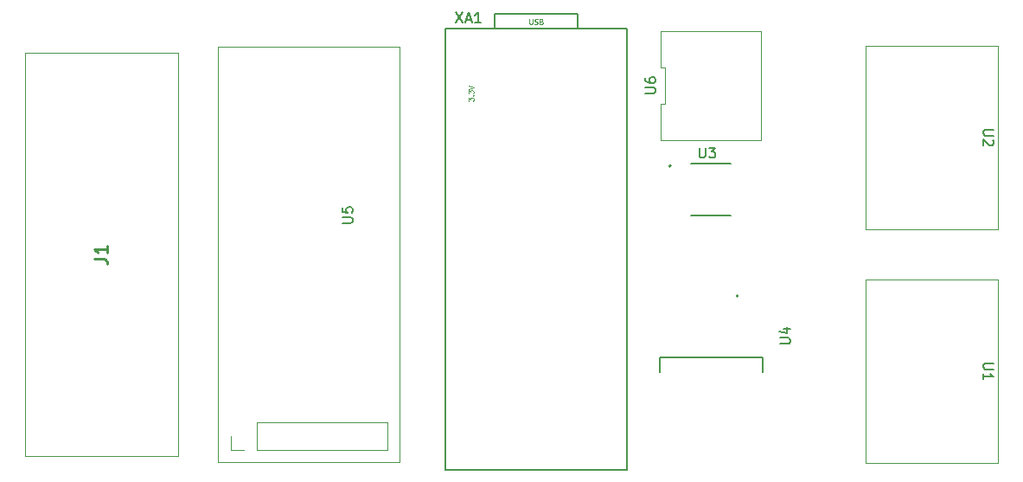
<source format=gbr>
%TF.GenerationSoftware,KiCad,Pcbnew,(6.0.0)*%
%TF.CreationDate,2022-08-22T12:49:25+02:00*%
%TF.ProjectId,pcb,7063622e-6b69-4636-9164-5f7063625858,rev?*%
%TF.SameCoordinates,Original*%
%TF.FileFunction,Legend,Top*%
%TF.FilePolarity,Positive*%
%FSLAX46Y46*%
G04 Gerber Fmt 4.6, Leading zero omitted, Abs format (unit mm)*
G04 Created by KiCad (PCBNEW (6.0.0)) date 2022-08-22 12:49:25*
%MOMM*%
%LPD*%
G01*
G04 APERTURE LIST*
%ADD10C,0.150000*%
%ADD11C,0.254000*%
%ADD12C,0.075000*%
%ADD13C,0.120000*%
%ADD14C,0.127000*%
%ADD15C,0.200000*%
%ADD16C,0.100000*%
G04 APERTURE END LIST*
D10*
%TO.C,U6*%
X205632380Y-55371904D02*
X206441904Y-55371904D01*
X206537142Y-55324285D01*
X206584761Y-55276666D01*
X206632380Y-55181428D01*
X206632380Y-54990952D01*
X206584761Y-54895714D01*
X206537142Y-54848095D01*
X206441904Y-54800476D01*
X205632380Y-54800476D01*
X205632380Y-53895714D02*
X205632380Y-54086190D01*
X205680000Y-54181428D01*
X205727619Y-54229047D01*
X205870476Y-54324285D01*
X206060952Y-54371904D01*
X206441904Y-54371904D01*
X206537142Y-54324285D01*
X206584761Y-54276666D01*
X206632380Y-54181428D01*
X206632380Y-53990952D01*
X206584761Y-53895714D01*
X206537142Y-53848095D01*
X206441904Y-53800476D01*
X206203809Y-53800476D01*
X206108571Y-53848095D01*
X206060952Y-53895714D01*
X206013333Y-53990952D01*
X206013333Y-54181428D01*
X206060952Y-54276666D01*
X206108571Y-54324285D01*
X206203809Y-54371904D01*
%TO.C,U3*%
X210943095Y-60685380D02*
X210943095Y-61494904D01*
X210990714Y-61590142D01*
X211038333Y-61637761D01*
X211133571Y-61685380D01*
X211324047Y-61685380D01*
X211419285Y-61637761D01*
X211466904Y-61590142D01*
X211514523Y-61494904D01*
X211514523Y-60685380D01*
X211895476Y-60685380D02*
X212514523Y-60685380D01*
X212181190Y-61066333D01*
X212324047Y-61066333D01*
X212419285Y-61113952D01*
X212466904Y-61161571D01*
X212514523Y-61256809D01*
X212514523Y-61494904D01*
X212466904Y-61590142D01*
X212419285Y-61637761D01*
X212324047Y-61685380D01*
X212038333Y-61685380D01*
X211943095Y-61637761D01*
X211895476Y-61590142D01*
D11*
%TO.C,J1*%
X151704523Y-71543333D02*
X152611666Y-71543333D01*
X152793095Y-71603809D01*
X152914047Y-71724761D01*
X152974523Y-71906190D01*
X152974523Y-72027142D01*
X152974523Y-70273333D02*
X152974523Y-70999047D01*
X152974523Y-70636190D02*
X151704523Y-70636190D01*
X151885952Y-70757142D01*
X152006904Y-70878095D01*
X152067380Y-70999047D01*
D10*
%TO.C,U2*%
X239727619Y-58928095D02*
X238918095Y-58928095D01*
X238822857Y-58975714D01*
X238775238Y-59023333D01*
X238727619Y-59118571D01*
X238727619Y-59309047D01*
X238775238Y-59404285D01*
X238822857Y-59451904D01*
X238918095Y-59499523D01*
X239727619Y-59499523D01*
X239632380Y-59928095D02*
X239680000Y-59975714D01*
X239727619Y-60070952D01*
X239727619Y-60309047D01*
X239680000Y-60404285D01*
X239632380Y-60451904D01*
X239537142Y-60499523D01*
X239441904Y-60499523D01*
X239299047Y-60451904D01*
X238727619Y-59880476D01*
X238727619Y-60499523D01*
%TO.C,U5*%
X175982380Y-68071904D02*
X176791904Y-68071904D01*
X176887142Y-68024285D01*
X176934761Y-67976666D01*
X176982380Y-67881428D01*
X176982380Y-67690952D01*
X176934761Y-67595714D01*
X176887142Y-67548095D01*
X176791904Y-67500476D01*
X175982380Y-67500476D01*
X175982380Y-66548095D02*
X175982380Y-67024285D01*
X176458571Y-67071904D01*
X176410952Y-67024285D01*
X176363333Y-66929047D01*
X176363333Y-66690952D01*
X176410952Y-66595714D01*
X176458571Y-66548095D01*
X176553809Y-66500476D01*
X176791904Y-66500476D01*
X176887142Y-66548095D01*
X176934761Y-66595714D01*
X176982380Y-66690952D01*
X176982380Y-66929047D01*
X176934761Y-67024285D01*
X176887142Y-67071904D01*
%TO.C,XA1*%
X187102904Y-47458380D02*
X187769571Y-48458380D01*
X187769571Y-47458380D02*
X187102904Y-48458380D01*
X188102904Y-48172666D02*
X188579095Y-48172666D01*
X188007666Y-48458380D02*
X188341000Y-47458380D01*
X188674333Y-48458380D01*
X189531476Y-48458380D02*
X188960047Y-48458380D01*
X189245761Y-48458380D02*
X189245761Y-47458380D01*
X189150523Y-47601238D01*
X189055285Y-47696476D01*
X188960047Y-47744095D01*
D12*
X188321190Y-56110095D02*
X188321190Y-55800571D01*
X188511666Y-55967238D01*
X188511666Y-55895809D01*
X188535476Y-55848190D01*
X188559285Y-55824380D01*
X188606904Y-55800571D01*
X188725952Y-55800571D01*
X188773571Y-55824380D01*
X188797380Y-55848190D01*
X188821190Y-55895809D01*
X188821190Y-56038666D01*
X188797380Y-56086285D01*
X188773571Y-56110095D01*
X188773571Y-55586285D02*
X188797380Y-55562476D01*
X188821190Y-55586285D01*
X188797380Y-55610095D01*
X188773571Y-55586285D01*
X188821190Y-55586285D01*
X188321190Y-55395809D02*
X188321190Y-55086285D01*
X188511666Y-55252952D01*
X188511666Y-55181523D01*
X188535476Y-55133904D01*
X188559285Y-55110095D01*
X188606904Y-55086285D01*
X188725952Y-55086285D01*
X188773571Y-55110095D01*
X188797380Y-55133904D01*
X188821190Y-55181523D01*
X188821190Y-55324380D01*
X188797380Y-55372000D01*
X188773571Y-55395809D01*
X188321190Y-54943428D02*
X188821190Y-54776761D01*
X188321190Y-54610095D01*
X194314047Y-48113190D02*
X194314047Y-48517952D01*
X194337857Y-48565571D01*
X194361666Y-48589380D01*
X194409285Y-48613190D01*
X194504523Y-48613190D01*
X194552142Y-48589380D01*
X194575952Y-48565571D01*
X194599761Y-48517952D01*
X194599761Y-48113190D01*
X194814047Y-48589380D02*
X194885476Y-48613190D01*
X195004523Y-48613190D01*
X195052142Y-48589380D01*
X195075952Y-48565571D01*
X195099761Y-48517952D01*
X195099761Y-48470333D01*
X195075952Y-48422714D01*
X195052142Y-48398904D01*
X195004523Y-48375095D01*
X194909285Y-48351285D01*
X194861666Y-48327476D01*
X194837857Y-48303666D01*
X194814047Y-48256047D01*
X194814047Y-48208428D01*
X194837857Y-48160809D01*
X194861666Y-48137000D01*
X194909285Y-48113190D01*
X195028333Y-48113190D01*
X195099761Y-48137000D01*
X195480714Y-48351285D02*
X195552142Y-48375095D01*
X195575952Y-48398904D01*
X195599761Y-48446523D01*
X195599761Y-48517952D01*
X195575952Y-48565571D01*
X195552142Y-48589380D01*
X195504523Y-48613190D01*
X195314047Y-48613190D01*
X195314047Y-48113190D01*
X195480714Y-48113190D01*
X195528333Y-48137000D01*
X195552142Y-48160809D01*
X195575952Y-48208428D01*
X195575952Y-48256047D01*
X195552142Y-48303666D01*
X195528333Y-48327476D01*
X195480714Y-48351285D01*
X195314047Y-48351285D01*
D10*
%TO.C,U1*%
X239727619Y-81788095D02*
X238918095Y-81788095D01*
X238822857Y-81835714D01*
X238775238Y-81883333D01*
X238727619Y-81978571D01*
X238727619Y-82169047D01*
X238775238Y-82264285D01*
X238822857Y-82311904D01*
X238918095Y-82359523D01*
X239727619Y-82359523D01*
X238727619Y-83359523D02*
X238727619Y-82788095D01*
X238727619Y-83073809D02*
X239727619Y-83073809D01*
X239584761Y-82978571D01*
X239489523Y-82883333D01*
X239441904Y-82788095D01*
%TO.C,U4*%
X218827380Y-79866904D02*
X219636904Y-79866904D01*
X219732142Y-79819285D01*
X219779761Y-79771666D01*
X219827380Y-79676428D01*
X219827380Y-79485952D01*
X219779761Y-79390714D01*
X219732142Y-79343095D01*
X219636904Y-79295476D01*
X218827380Y-79295476D01*
X219160714Y-78390714D02*
X219827380Y-78390714D01*
X218779761Y-78628809D02*
X219494047Y-78866904D01*
X219494047Y-78247857D01*
D13*
%TO.C,U6*%
X217000000Y-49300000D02*
X207180000Y-49300000D01*
X207180000Y-56379999D02*
X207180000Y-59920000D01*
X207540000Y-56379999D02*
X207180000Y-56379999D01*
X207180000Y-52840000D02*
X207540000Y-52840000D01*
X207180000Y-49300000D02*
X207180000Y-52840000D01*
X207180000Y-59920000D02*
X217000000Y-59920000D01*
X207540000Y-52840000D02*
X207540000Y-56379999D01*
X217000000Y-59920000D02*
X217000000Y-49300000D01*
D14*
%TO.C,U3*%
X210140000Y-67295000D02*
X214040000Y-67295000D01*
X210140000Y-62245000D02*
X214040000Y-62245000D01*
D15*
X208150000Y-62465000D02*
G75*
G03*
X208150000Y-62465000I-100000J0D01*
G01*
D16*
%TO.C,J1*%
X159900000Y-90870000D02*
X144900000Y-90870000D01*
X144900000Y-51370000D02*
X159900000Y-51370000D01*
X159900000Y-51370000D02*
X159900000Y-90870000D01*
X144900000Y-90870000D02*
X144900000Y-51370000D01*
D13*
%TO.C,U2*%
X238180000Y-50690000D02*
X227180000Y-50690000D01*
X237180000Y-68690000D02*
X227180000Y-68690000D01*
X227180000Y-50690000D02*
X227180000Y-52690000D01*
X237180000Y-68690000D02*
X240180000Y-68690000D01*
X227180000Y-68690000D02*
X227180000Y-66690000D01*
X240180000Y-50690000D02*
X238180000Y-50690000D01*
X240180000Y-68690000D02*
X240180000Y-50690000D01*
X227180000Y-66690000D02*
X227180000Y-52690000D01*
%TO.C,U5*%
X167640000Y-90230000D02*
X167640000Y-87570000D01*
X163830000Y-58420000D02*
X163830000Y-50800000D01*
X167640000Y-87570000D02*
X180400000Y-87570000D01*
X180400000Y-90230000D02*
X180400000Y-87570000D01*
X167640000Y-90230000D02*
X180400000Y-90230000D01*
X166370000Y-90230000D02*
X165040000Y-90230000D01*
X165040000Y-90230000D02*
X165040000Y-88900000D01*
X163830000Y-50800000D02*
X181610000Y-50800000D01*
X163830000Y-58420000D02*
X163830000Y-58420000D01*
X163830000Y-58420000D02*
X163830000Y-63500000D01*
X163830000Y-63500000D02*
X163830000Y-63500000D01*
X163830000Y-63500000D02*
X163830000Y-58420000D01*
X163830000Y-91440000D02*
X181610000Y-91440000D01*
X181610000Y-91440000D02*
X181610000Y-91440000D01*
X181610000Y-91440000D02*
X163830000Y-91440000D01*
X163830000Y-91440000D02*
X163830000Y-91440000D01*
X181610000Y-59690000D02*
X181610000Y-59690000D01*
X181610000Y-59690000D02*
X181610000Y-50800000D01*
X181610000Y-50800000D02*
X181610000Y-50800000D01*
X181610000Y-50800000D02*
X181610000Y-59690000D01*
X163830000Y-91440000D02*
X163830000Y-91440000D01*
X163830000Y-91440000D02*
X163830000Y-63500000D01*
X163830000Y-63500000D02*
X163830000Y-63500000D01*
X163830000Y-63500000D02*
X163830000Y-91440000D01*
X181610000Y-91440000D02*
X181610000Y-91440000D01*
X181610000Y-91440000D02*
X181610000Y-59690000D01*
X181610000Y-59690000D02*
X181610000Y-59690000D01*
X181610000Y-59690000D02*
X181610000Y-91440000D01*
D10*
%TO.C,XA1*%
X203835000Y-92202000D02*
X203835000Y-49022000D01*
X203835000Y-92202000D02*
X186055000Y-92202000D01*
X186055000Y-92202000D02*
X186055000Y-49022000D01*
X203835000Y-49022000D02*
X186055000Y-49022000D01*
X199009000Y-49022000D02*
X199009000Y-47572000D01*
X190881000Y-47572000D02*
X190881000Y-49022000D01*
X199009000Y-47572000D02*
X190881000Y-47572000D01*
D13*
%TO.C,U1*%
X240180000Y-73550000D02*
X238180000Y-73550000D01*
X227180000Y-73550000D02*
X227180000Y-75550000D01*
X237180000Y-91550000D02*
X240180000Y-91550000D01*
X227180000Y-91550000D02*
X227180000Y-89550000D01*
X238180000Y-73550000D02*
X227180000Y-73550000D01*
X227180000Y-89550000D02*
X227180000Y-75550000D01*
X237180000Y-91550000D02*
X227180000Y-91550000D01*
X240180000Y-91550000D02*
X240180000Y-73550000D01*
D14*
%TO.C,U4*%
X217117500Y-81250000D02*
X207062500Y-81250000D01*
X207062500Y-81250000D02*
X207062500Y-82610000D01*
X217117500Y-82610000D02*
X217117500Y-81250000D01*
D15*
X214740000Y-75180000D02*
G75*
G03*
X214740000Y-75180000I-100000J0D01*
G01*
%TD*%
M02*

</source>
